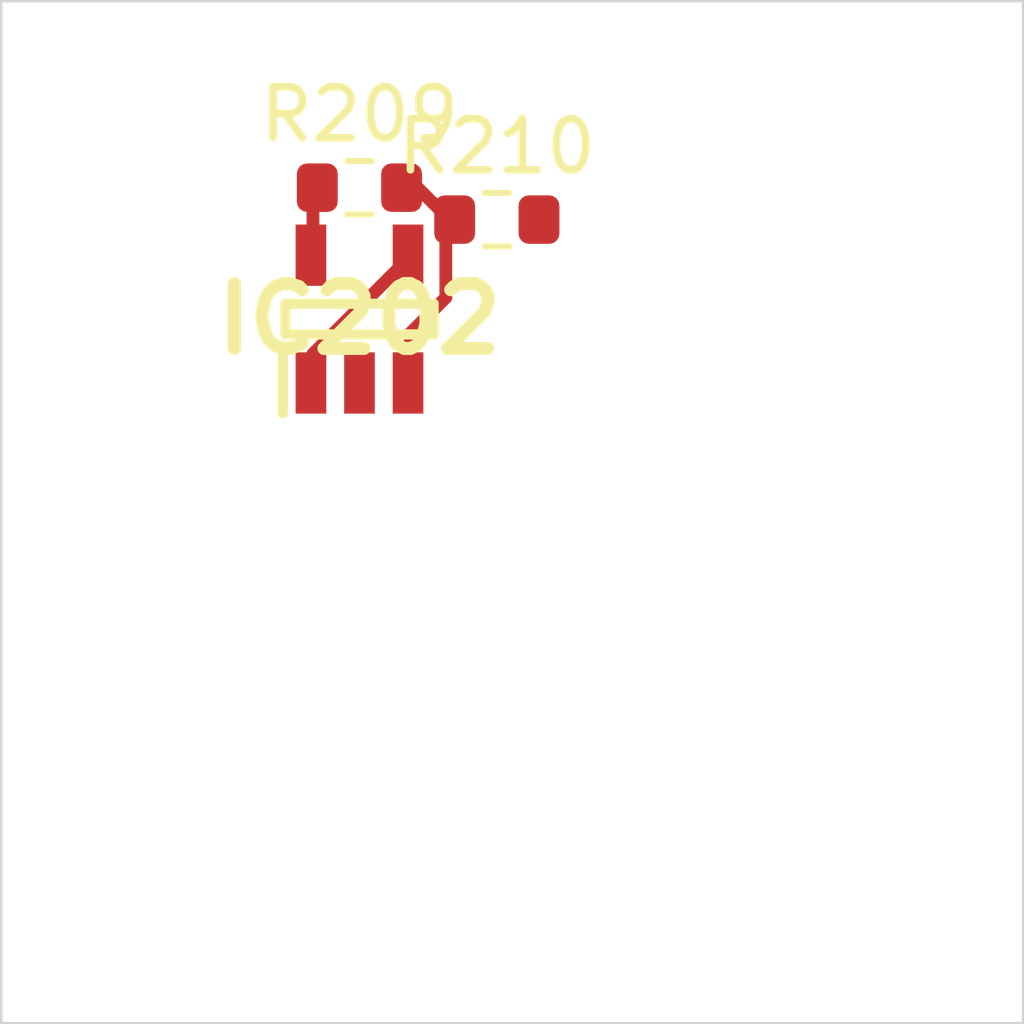
<source format=kicad_pcb>
 ( kicad_pcb  ( version 20171130 )
 ( host pcbnew 5.1.12-84ad8e8a86~92~ubuntu18.04.1 )
 ( general  ( thickness 1.6 )
 ( drawings 4 )
 ( tracks 0 )
 ( zones 0 )
 ( modules 3 )
 ( nets 5 )
)
 ( page A4 )
 ( layers  ( 0 F.Cu signal )
 ( 31 B.Cu signal )
 ( 32 B.Adhes user )
 ( 33 F.Adhes user )
 ( 34 B.Paste user )
 ( 35 F.Paste user )
 ( 36 B.SilkS user )
 ( 37 F.SilkS user )
 ( 38 B.Mask user )
 ( 39 F.Mask user )
 ( 40 Dwgs.User user )
 ( 41 Cmts.User user )
 ( 42 Eco1.User user )
 ( 43 Eco2.User user )
 ( 44 Edge.Cuts user )
 ( 45 Margin user )
 ( 46 B.CrtYd user )
 ( 47 F.CrtYd user )
 ( 48 B.Fab user )
 ( 49 F.Fab user )
)
 ( setup  ( last_trace_width 0.25 )
 ( trace_clearance 0.2 )
 ( zone_clearance 0.508 )
 ( zone_45_only no )
 ( trace_min 0.2 )
 ( via_size 0.8 )
 ( via_drill 0.4 )
 ( via_min_size 0.4 )
 ( via_min_drill 0.3 )
 ( uvia_size 0.3 )
 ( uvia_drill 0.1 )
 ( uvias_allowed no )
 ( uvia_min_size 0.2 )
 ( uvia_min_drill 0.1 )
 ( edge_width 0.05 )
 ( segment_width 0.2 )
 ( pcb_text_width 0.3 )
 ( pcb_text_size 1.5 1.5 )
 ( mod_edge_width 0.12 )
 ( mod_text_size 1 1 )
 ( mod_text_width 0.15 )
 ( pad_size 1.524 1.524 )
 ( pad_drill 0.762 )
 ( pad_to_mask_clearance 0 )
 ( aux_axis_origin 0 0 )
 ( visible_elements FFFFFF7F )
 ( pcbplotparams  ( layerselection 0x010fc_ffffffff )
 ( usegerberextensions false )
 ( usegerberattributes true )
 ( usegerberadvancedattributes true )
 ( creategerberjobfile true )
 ( excludeedgelayer true )
 ( linewidth 0.100000 )
 ( plotframeref false )
 ( viasonmask false )
 ( mode 1 )
 ( useauxorigin false )
 ( hpglpennumber 1 )
 ( hpglpenspeed 20 )
 ( hpglpendiameter 15.000000 )
 ( psnegative false )
 ( psa4output false )
 ( plotreference true )
 ( plotvalue true )
 ( plotinvisibletext false )
 ( padsonsilk false )
 ( subtractmaskfromsilk false )
 ( outputformat 1 )
 ( mirror false )
 ( drillshape 1 )
 ( scaleselection 1 )
 ( outputdirectory "" )
)
)
 ( net 0 "" )
 ( net 1 GND )
 ( net 2 VDDA )
 ( net 3 /Sheet6235D886/vp )
 ( net 4 "Net-(IC202-Pad3)" )
 ( net_class Default "This is the default net class."  ( clearance 0.2 )
 ( trace_width 0.25 )
 ( via_dia 0.8 )
 ( via_drill 0.4 )
 ( uvia_dia 0.3 )
 ( uvia_drill 0.1 )
 ( add_net /Sheet6235D886/vp )
 ( add_net GND )
 ( add_net "Net-(IC202-Pad3)" )
 ( add_net VDDA )
)
 ( module SOT95P280X145-5N locked  ( layer F.Cu )
 ( tedit 62336ED7 )
 ( tstamp 623423ED )
 ( at 87.010600 106.220000 90.000000 )
 ( descr DBV0005A )
 ( tags "Integrated Circuit" )
 ( path /6235D887/6266C08E )
 ( attr smd )
 ( fp_text reference IC202  ( at 0 0 )
 ( layer F.SilkS )
 ( effects  ( font  ( size 1.27 1.27 )
 ( thickness 0.254 )
)
)
)
 ( fp_text value TL071HIDBVR  ( at 0 0 )
 ( layer F.SilkS )
hide  ( effects  ( font  ( size 1.27 1.27 )
 ( thickness 0.254 )
)
)
)
 ( fp_line  ( start -1.85 -1.5 )
 ( end -0.65 -1.5 )
 ( layer F.SilkS )
 ( width 0.2 )
)
 ( fp_line  ( start -0.3 1.45 )
 ( end -0.3 -1.45 )
 ( layer F.SilkS )
 ( width 0.2 )
)
 ( fp_line  ( start 0.3 1.45 )
 ( end -0.3 1.45 )
 ( layer F.SilkS )
 ( width 0.2 )
)
 ( fp_line  ( start 0.3 -1.45 )
 ( end 0.3 1.45 )
 ( layer F.SilkS )
 ( width 0.2 )
)
 ( fp_line  ( start -0.3 -1.45 )
 ( end 0.3 -1.45 )
 ( layer F.SilkS )
 ( width 0.2 )
)
 ( fp_line  ( start -0.8 -0.5 )
 ( end 0.15 -1.45 )
 ( layer Dwgs.User )
 ( width 0.1 )
)
 ( fp_line  ( start -0.8 1.45 )
 ( end -0.8 -1.45 )
 ( layer Dwgs.User )
 ( width 0.1 )
)
 ( fp_line  ( start 0.8 1.45 )
 ( end -0.8 1.45 )
 ( layer Dwgs.User )
 ( width 0.1 )
)
 ( fp_line  ( start 0.8 -1.45 )
 ( end 0.8 1.45 )
 ( layer Dwgs.User )
 ( width 0.1 )
)
 ( fp_line  ( start -0.8 -1.45 )
 ( end 0.8 -1.45 )
 ( layer Dwgs.User )
 ( width 0.1 )
)
 ( fp_line  ( start -2.1 1.775 )
 ( end -2.1 -1.775 )
 ( layer Dwgs.User )
 ( width 0.05 )
)
 ( fp_line  ( start 2.1 1.775 )
 ( end -2.1 1.775 )
 ( layer Dwgs.User )
 ( width 0.05 )
)
 ( fp_line  ( start 2.1 -1.775 )
 ( end 2.1 1.775 )
 ( layer Dwgs.User )
 ( width 0.05 )
)
 ( fp_line  ( start -2.1 -1.775 )
 ( end 2.1 -1.775 )
 ( layer Dwgs.User )
 ( width 0.05 )
)
 ( pad 1 smd rect  ( at -1.25 -0.95 180.000000 )
 ( size 0.6 1.2 )
 ( layers F.Cu F.Mask F.Paste )
 ( net 3 /Sheet6235D886/vp )
)
 ( pad 2 smd rect  ( at -1.25 0 180.000000 )
 ( size 0.6 1.2 )
 ( layers F.Cu F.Mask F.Paste )
 ( net 1 GND )
)
 ( pad 3 smd rect  ( at -1.25 0.95 180.000000 )
 ( size 0.6 1.2 )
 ( layers F.Cu F.Mask F.Paste )
 ( net 4 "Net-(IC202-Pad3)" )
)
 ( pad 4 smd rect  ( at 1.25 0.95 180.000000 )
 ( size 0.6 1.2 )
 ( layers F.Cu F.Mask F.Paste )
 ( net 3 /Sheet6235D886/vp )
)
 ( pad 5 smd rect  ( at 1.25 -0.95 180.000000 )
 ( size 0.6 1.2 )
 ( layers F.Cu F.Mask F.Paste )
 ( net 2 VDDA )
)
)
 ( module Resistor_SMD:R_0603_1608Metric  ( layer F.Cu )
 ( tedit 5F68FEEE )
 ( tstamp 62342595 )
 ( at 87.009700 103.648000 )
 ( descr "Resistor SMD 0603 (1608 Metric), square (rectangular) end terminal, IPC_7351 nominal, (Body size source: IPC-SM-782 page 72, https://www.pcb-3d.com/wordpress/wp-content/uploads/ipc-sm-782a_amendment_1_and_2.pdf), generated with kicad-footprint-generator" )
 ( tags resistor )
 ( path /6235D887/623CDBD9 )
 ( attr smd )
 ( fp_text reference R209  ( at 0 -1.43 )
 ( layer F.SilkS )
 ( effects  ( font  ( size 1 1 )
 ( thickness 0.15 )
)
)
)
 ( fp_text value 100k  ( at 0 1.43 )
 ( layer F.Fab )
 ( effects  ( font  ( size 1 1 )
 ( thickness 0.15 )
)
)
)
 ( fp_line  ( start -0.8 0.4125 )
 ( end -0.8 -0.4125 )
 ( layer F.Fab )
 ( width 0.1 )
)
 ( fp_line  ( start -0.8 -0.4125 )
 ( end 0.8 -0.4125 )
 ( layer F.Fab )
 ( width 0.1 )
)
 ( fp_line  ( start 0.8 -0.4125 )
 ( end 0.8 0.4125 )
 ( layer F.Fab )
 ( width 0.1 )
)
 ( fp_line  ( start 0.8 0.4125 )
 ( end -0.8 0.4125 )
 ( layer F.Fab )
 ( width 0.1 )
)
 ( fp_line  ( start -0.237258 -0.5225 )
 ( end 0.237258 -0.5225 )
 ( layer F.SilkS )
 ( width 0.12 )
)
 ( fp_line  ( start -0.237258 0.5225 )
 ( end 0.237258 0.5225 )
 ( layer F.SilkS )
 ( width 0.12 )
)
 ( fp_line  ( start -1.48 0.73 )
 ( end -1.48 -0.73 )
 ( layer F.CrtYd )
 ( width 0.05 )
)
 ( fp_line  ( start -1.48 -0.73 )
 ( end 1.48 -0.73 )
 ( layer F.CrtYd )
 ( width 0.05 )
)
 ( fp_line  ( start 1.48 -0.73 )
 ( end 1.48 0.73 )
 ( layer F.CrtYd )
 ( width 0.05 )
)
 ( fp_line  ( start 1.48 0.73 )
 ( end -1.48 0.73 )
 ( layer F.CrtYd )
 ( width 0.05 )
)
 ( fp_text user %R  ( at 0 0 )
 ( layer F.Fab )
 ( effects  ( font  ( size 0.4 0.4 )
 ( thickness 0.06 )
)
)
)
 ( pad 1 smd roundrect  ( at -0.825 0 )
 ( size 0.8 0.95 )
 ( layers F.Cu F.Mask F.Paste )
 ( roundrect_rratio 0.25 )
 ( net 2 VDDA )
)
 ( pad 2 smd roundrect  ( at 0.825 0 )
 ( size 0.8 0.95 )
 ( layers F.Cu F.Mask F.Paste )
 ( roundrect_rratio 0.25 )
 ( net 4 "Net-(IC202-Pad3)" )
)
 ( model ${KISYS3DMOD}/Resistor_SMD.3dshapes/R_0603_1608Metric.wrl  ( at  ( xyz 0 0 0 )
)
 ( scale  ( xyz 1 1 1 )
)
 ( rotate  ( xyz 0 0 0 )
)
)
)
 ( module Resistor_SMD:R_0603_1608Metric  ( layer F.Cu )
 ( tedit 5F68FEEE )
 ( tstamp 623425A6 )
 ( at 89.698400 104.273000 )
 ( descr "Resistor SMD 0603 (1608 Metric), square (rectangular) end terminal, IPC_7351 nominal, (Body size source: IPC-SM-782 page 72, https://www.pcb-3d.com/wordpress/wp-content/uploads/ipc-sm-782a_amendment_1_and_2.pdf), generated with kicad-footprint-generator" )
 ( tags resistor )
 ( path /6235D887/623CDBDF )
 ( attr smd )
 ( fp_text reference R210  ( at 0 -1.43 )
 ( layer F.SilkS )
 ( effects  ( font  ( size 1 1 )
 ( thickness 0.15 )
)
)
)
 ( fp_text value 100k  ( at 0 1.43 )
 ( layer F.Fab )
 ( effects  ( font  ( size 1 1 )
 ( thickness 0.15 )
)
)
)
 ( fp_line  ( start 1.48 0.73 )
 ( end -1.48 0.73 )
 ( layer F.CrtYd )
 ( width 0.05 )
)
 ( fp_line  ( start 1.48 -0.73 )
 ( end 1.48 0.73 )
 ( layer F.CrtYd )
 ( width 0.05 )
)
 ( fp_line  ( start -1.48 -0.73 )
 ( end 1.48 -0.73 )
 ( layer F.CrtYd )
 ( width 0.05 )
)
 ( fp_line  ( start -1.48 0.73 )
 ( end -1.48 -0.73 )
 ( layer F.CrtYd )
 ( width 0.05 )
)
 ( fp_line  ( start -0.237258 0.5225 )
 ( end 0.237258 0.5225 )
 ( layer F.SilkS )
 ( width 0.12 )
)
 ( fp_line  ( start -0.237258 -0.5225 )
 ( end 0.237258 -0.5225 )
 ( layer F.SilkS )
 ( width 0.12 )
)
 ( fp_line  ( start 0.8 0.4125 )
 ( end -0.8 0.4125 )
 ( layer F.Fab )
 ( width 0.1 )
)
 ( fp_line  ( start 0.8 -0.4125 )
 ( end 0.8 0.4125 )
 ( layer F.Fab )
 ( width 0.1 )
)
 ( fp_line  ( start -0.8 -0.4125 )
 ( end 0.8 -0.4125 )
 ( layer F.Fab )
 ( width 0.1 )
)
 ( fp_line  ( start -0.8 0.4125 )
 ( end -0.8 -0.4125 )
 ( layer F.Fab )
 ( width 0.1 )
)
 ( fp_text user %R  ( at 0 0 )
 ( layer F.Fab )
 ( effects  ( font  ( size 0.4 0.4 )
 ( thickness 0.06 )
)
)
)
 ( pad 2 smd roundrect  ( at 0.825 0 )
 ( size 0.8 0.95 )
 ( layers F.Cu F.Mask F.Paste )
 ( roundrect_rratio 0.25 )
 ( net 1 GND )
)
 ( pad 1 smd roundrect  ( at -0.825 0 )
 ( size 0.8 0.95 )
 ( layers F.Cu F.Mask F.Paste )
 ( roundrect_rratio 0.25 )
 ( net 4 "Net-(IC202-Pad3)" )
)
 ( model ${KISYS3DMOD}/Resistor_SMD.3dshapes/R_0603_1608Metric.wrl  ( at  ( xyz 0 0 0 )
)
 ( scale  ( xyz 1 1 1 )
)
 ( rotate  ( xyz 0 0 0 )
)
)
)
 ( gr_line  ( start 100 100 )
 ( end 100 120 )
 ( layer Edge.Cuts )
 ( width 0.05 )
 ( tstamp 62E770C4 )
)
 ( gr_line  ( start 80 120 )
 ( end 100 120 )
 ( layer Edge.Cuts )
 ( width 0.05 )
 ( tstamp 62E770C0 )
)
 ( gr_line  ( start 80 100 )
 ( end 100 100 )
 ( layer Edge.Cuts )
 ( width 0.05 )
 ( tstamp 6234110C )
)
 ( gr_line  ( start 80 100 )
 ( end 80 120 )
 ( layer Edge.Cuts )
 ( width 0.05 )
)
 ( segment  ( start 86.200001 103.600002 )
 ( end 86.100001 103.700002 )
 ( width 0.250000 )
 ( layer F.Cu )
 ( net 2 )
)
 ( segment  ( start 86.100001 103.700002 )
 ( end 86.100001 105.000002 )
 ( width 0.250000 )
 ( layer F.Cu )
 ( net 2 )
)
 ( segment  ( start 88.000001 105.000002 )
 ( end 86.100001 106.900002 )
 ( width 0.250000 )
 ( layer F.Cu )
 ( net 3 )
)
 ( segment  ( start 86.100001 106.900002 )
 ( end 86.100001 107.500002 )
 ( width 0.250000 )
 ( layer F.Cu )
 ( net 3 )
)
 ( segment  ( start 87.800001 103.600002 )
 ( end 88.100001 103.600002 )
 ( width 0.250000 )
 ( layer F.Cu )
 ( net 4 )
)
 ( segment  ( start 88.100001 103.600002 )
 ( end 88.700001 104.200002 )
 ( width 0.250000 )
 ( layer F.Cu )
 ( net 4 )
)
 ( segment  ( start 88.700001 104.200002 )
 ( end 88.700001 105.800002 )
 ( width 0.250000 )
 ( layer F.Cu )
 ( net 4 )
)
 ( segment  ( start 88.700001 105.800002 )
 ( end 88.000001 106.500002 )
 ( width 0.250000 )
 ( layer F.Cu )
 ( net 4 )
)
 ( segment  ( start 88.000001 106.500002 )
 ( end 88.000001 107.500002 )
 ( width 0.250000 )
 ( layer F.Cu )
 ( net 4 )
)
 ( segment  ( start 88.900001 104.300002 )
 ( end 88.700001 104.300002 )
 ( width 0.250000 )
 ( layer F.Cu )
 ( net 4 )
)
)

</source>
